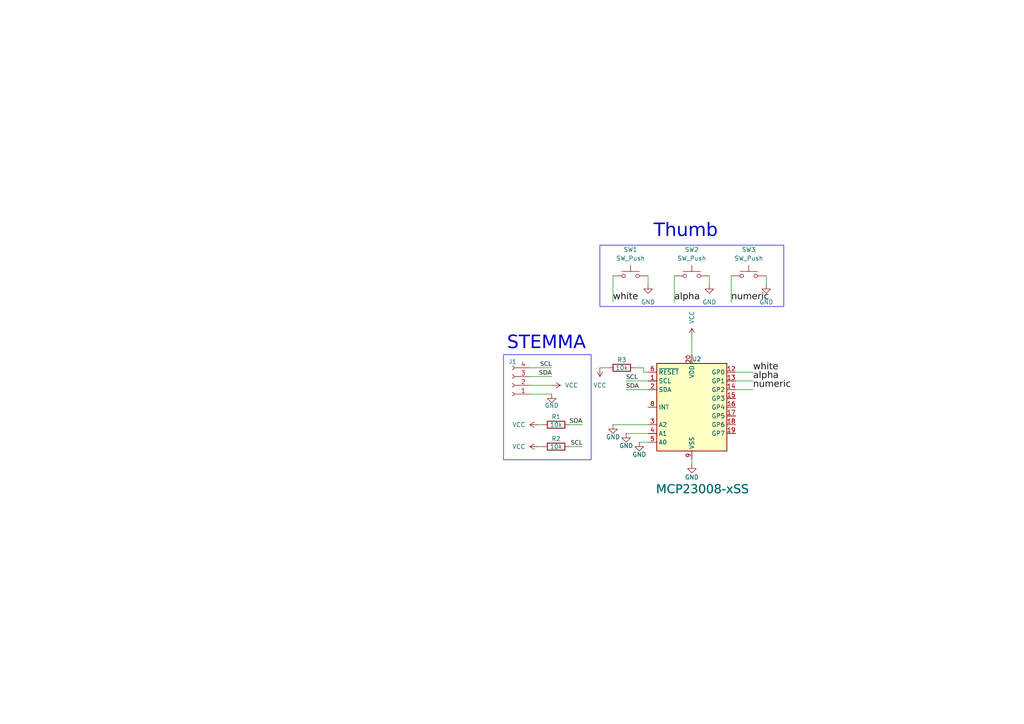
<source format=kicad_sch>
(kicad_sch (version 20231120) (generator "eeschema") (generator_version "8.0")
  (paper "A4")
  (lib_symbols
    (symbol "Connector:Conn_01x04_Socket" (pin_names (offset 1.016) hide)
      (property "Reference" "J" (at 0 5.08 0))
      (property "Value" "Conn_01x04_Socket" (at 0 -7.62 0))
      (symbol "Conn_01x04_Socket_1_1"
        (arc (start 0 -4.572) (mid -0.5058 -5.08) (end 0 -5.588) (stroke (width 0.1524)))
        (arc (start 0 -2.032) (mid -0.5058 -2.54) (end 0 -3.048) (stroke (width 0.1524)))
        (polyline (pts (xy -1.27 -5.08) (xy -0.508 -5.08)) (stroke (width 0.1524)))
        (polyline (pts (xy -1.27 -2.54) (xy -0.508 -2.54)) (stroke (width 0.1524)))
        (polyline (pts (xy -1.27 0) (xy -0.508 0)) (stroke (width 0.1524)))
        (polyline (pts (xy -1.27 2.54) (xy -0.508 2.54)) (stroke (width 0.1524)))
        (arc (start 0 0.508) (mid -0.5058 0) (end 0 -0.508) (stroke (width 0.1524)))
        (arc (start 0 3.048) (mid -0.5058 2.54) (end 0 2.032) (stroke (width 0.1524)))
        (pin passive line (at -5.08 2.54 0) (length 3.81) (name "Pin_1") (number "1"))
        (pin passive line (at -5.08 0 0) (length 3.81) (name "Pin_2") (number "2"))
        (pin passive line (at -5.08 -2.54 0) (length 3.81) (name "Pin_3") (number "3"))
        (pin passive line (at -5.08 -5.08 0) (length 3.81) (name "Pin_4") (number "4"))
      )
    )
    (symbol "Device:R" (pin_numbers hide) (pin_names (offset 0))
      (property "Reference" "R" (at 2.032 0 90))
      (property "Value" "R" (at 0 0 90))
      (symbol "R_0_1"
        (rectangle (start -1.016 -2.54) (end 1.016 2.54) (stroke (width 0.254)))
      )
      (symbol "R_1_1"
        (pin passive line (at 0 3.81 270) (length 1.27) (name "~") (number "1"))
        (pin passive line (at 0 -3.81 90) (length 1.27) (name "~") (number "2"))
      )
    )
    (symbol "Interface_Expansion:MCP23008-xSS"
      (property "Reference" "U" (at -8.89 13.97 0))
      (property "Value" "MCP23008-xSS" (at 8.89 13.97 0))
      (symbol "MCP23008-xSS_0_1"
        (rectangle (start -10.16 12.7) (end 10.16 -12.7) (stroke (width 0.254)) (fill (type background)))
      )
      (symbol "MCP23008-xSS_1_1"
        (pin input line (at -12.7 7.62 0) (length 2.54) (name "SCL") (number "1"))
        (pin no_connect line (at -10.16 -2.54 0) (length 2.54) hide (name "NC") (number "10"))
        (pin no_connect line (at 10.16 -10.16 180) (length 2.54) hide (name "NC") (number "11"))
        (pin bidirectional line (at 12.7 10.16 180) (length 2.54) (name "GP0") (number "12"))
        (pin bidirectional line (at 12.7 7.62 180) (length 2.54) (name "GP1") (number "13"))
        (pin bidirectional line (at 12.7 5.08 180) (length 2.54) (name "GP2") (number "14"))
        (pin bidirectional line (at 12.7 2.54 180) (length 2.54) (name "GP3") (number "15"))
        (pin bidirectional line (at 12.7 0 180) (length 2.54) (name "GP4") (number "16"))
        (pin bidirectional line (at 12.7 -2.54 180) (length 2.54) (name "GP5") (number "17"))
        (pin bidirectional line (at 12.7 -5.08 180) (length 2.54) (name "GP6") (number "18"))
        (pin bidirectional line (at 12.7 -7.62 180) (length 2.54) (name "GP7") (number "19"))
        (pin bidirectional line (at -12.7 5.08 0) (length 2.54) (name "SDA") (number "2"))
        (pin power_in line (at 0 15.24 270) (length 2.54) (name "VDD") (number "20"))
        (pin input line (at -12.7 -5.08 0) (length 2.54) (name "A2") (number "3"))
        (pin input line (at -12.7 -7.62 0) (length 2.54) (name "A1") (number "4"))
        (pin input line (at -12.7 -10.16 0) (length 2.54) (name "A0") (number "5"))
        (pin input line (at -12.7 10.16 0) (length 2.54) (name "~{RESET}") (number "6"))
        (pin no_connect line (at -10.16 2.54 0) (length 2.54) hide (name "NC") (number "7"))
        (pin output line (at -12.7 0 0) (length 2.54) (name "INT") (number "8"))
        (pin power_in line (at 0 -15.24 90) (length 2.54) (name "VSS") (number "9"))
      )
    )
    (symbol "Switch:SW_Push" (pin_numbers hide) (pin_names (offset 1.016) hide)
      (property "Reference" "SW" (at 1.27 2.54 0))
      (property "Value" "SW_Push" (at 0 -1.524 0))
      (symbol "SW_Push_0_1"
        (circle (center -2.032 0) (radius 0.508))
        (polyline (pts (xy 0 1.27) (xy 0 3.048)))
        (polyline (pts (xy 2.54 1.27) (xy -2.54 1.27)))
        (circle (center 2.032 0) (radius 0.508))
        (pin passive line (at -5.08 0 0) (length 2.54) (name "1") (number "1"))
        (pin passive line (at 5.08 0 180) (length 2.54) (name "2") (number "2"))
      )
    )
    (symbol "power:GND" (power) (pin_numbers hide) (pin_names (offset 0) hide)
      (property "Value" "GND" (at 0 -3.81 0))
      (symbol "GND_0_1"
        (polyline (pts (xy 0 0) (xy 0 -1.27) (xy 1.27 -1.27) (xy 0 -2.54) (xy -1.27 -1.27) (xy 0 -1.27)))
      )
      (symbol "GND_1_1"
        (pin power_in line (at 0 0 270) (length 0) (name "~") (number "1"))
      )
    )
    (symbol "power:VCC" (power) (pin_numbers hide) (pin_names (offset 0) hide)
      (property "Value" "VCC" (at 0 3.556 0))
      (symbol "VCC_0_1"
        (polyline (pts (xy -0.762 1.27) (xy 0 2.54)))
        (polyline (pts (xy 0 0) (xy 0 2.54)))
        (polyline (pts (xy 0 2.54) (xy 0.762 1.27)))
      )
      (symbol "VCC_1_1"
        (pin power_in line (at 0 0 90) (length 0) (name "~") (number "1"))
      )
    )
  )
  (wire (pts (xy 153.67 114.3) (xy 160.02 114.3)))
  (wire (pts (xy 168.91 123.19) (xy 165.1 123.19)))
  (wire (pts (xy 205.74 80.01) (xy 205.74 82.55)))
  (wire (pts (xy 212.09 80.01) (xy 212.09 87.63)))
  (wire (pts (xy 181.61 110.49) (xy 187.96 110.49)))
  (wire (pts (xy 185.42 128.27) (xy 187.96 128.27)))
  (wire (pts (xy 160.02 106.68) (xy 153.67 106.68)))
  (wire (pts (xy 187.96 80.01) (xy 187.96 82.55)))
  (wire (pts (xy 173.99 106.68) (xy 176.53 106.68)))
  (wire (pts (xy 200.66 133.35) (xy 200.66 134.62)))
  (wire (pts (xy 153.67 111.76) (xy 160.02 111.76)))
  (wire (pts (xy 222.25 80.01) (xy 222.25 82.55)))
  (wire (pts (xy 181.61 113.03) (xy 187.96 113.03)))
  (wire (pts (xy 177.8 123.19) (xy 187.96 123.19)))
  (wire (pts (xy 186.69 107.95) (xy 186.69 106.68)))
  (wire (pts (xy 156.21 123.19) (xy 157.48 123.19)))
  (wire (pts (xy 213.36 107.95) (xy 218.44 107.95)))
  (wire (pts (xy 186.69 106.68) (xy 184.15 106.68)))
  (wire (pts (xy 177.8 80.01) (xy 177.8 87.63)))
  (wire (pts (xy 213.36 113.03) (xy 218.44 113.03)))
  (wire (pts (xy 187.96 107.95) (xy 186.69 107.95)))
  (wire (pts (xy 160.02 109.22) (xy 153.67 109.22)))
  (wire (pts (xy 181.61 125.73) (xy 187.96 125.73)))
  (wire (pts (xy 156.21 129.54) (xy 157.48 129.54)))
  (wire (pts (xy 213.36 110.49) (xy 218.44 110.49)))
  (wire (pts (xy 168.91 129.54) (xy 165.1 129.54)))
  (wire (pts (xy 200.66 97.79) (xy 200.66 102.87)))
  (wire (pts (xy 195.58 80.01) (xy 195.58 87.63)))
  (rectangle (start 146.05 102.87) (end 171.45 133.35))
  (rectangle (start 173.99 71.12) (end 227.33 88.9))
  (text "STEMMA" (at 158.496 100.584 0) (effects (font (size 3.81 3.81))))
  (text "Thumb" (at 198.882 68.072 0) (effects (font (size 3.81 3.81))))
  (label "white" (at 177.8 87.63 0) (effects (font (size 1.905 1.905))))
  (label "white" (at 218.44 107.95 0) (effects (font (size 1.905 1.905))))
  (label "SDA" (at 168.91 123.19 180))
  (label "SCL" (at 160.02 106.68 180))
  (label "SCL" (at 181.61 110.49 0))
  (label "numeric" (at 218.44 113.03 0) (effects (font (size 1.905 1.905))))
  (label "SCL" (at 168.91 129.54 180))
  (label "SDA" (at 181.61 113.03 0))
  (label "numeric" (at 212.09 87.63 0) (effects (font (size 1.905 1.905))))
  (label "SDA" (at 160.02 109.22 180))
  (label "alpha" (at 195.58 87.63 0) (effects (font (size 1.905 1.905))))
  (label "alpha" (at 218.44 110.49 0) (effects (font (size 1.905 1.905))))
  (symbol (lib_id "Device:R") (at 161.29 129.54 90) (unit 1)
    (property "Reference" "R2" (at 161.29 127.254 90))
    (property "Value" "10k" (at 161.29 129.54 90))
    (property "Footprint" "Resistor_SMD:R_0805_2012Metric_Pad1.20x1.40mm_HandSolder" (effects (hide yes)))
    (property "Description" "Resistor" (effects (hide yes)))
  )
  (symbol (lib_id "Connector:Conn_01x04_Socket") (at 148.59 111.76 180) (unit 1)
    (property "Reference" "J1" (at 149.86 104.902 0) (effects (justify left)))
    (property "Value" "Conn_01x04_Socket" (effects (hide yes)))
    (property "Footprint" "adafruit-connectors:JST_SH4" (effects (hide yes)))
    (property "Description" "Generic connector, single row, 01x04, script generated" (effects (hide yes)))
  )
  (symbol (lib_id "power:VCC") (at 200.66 97.79 0) (unit 1)
    (property "Reference" "#PWR012" (effects (hide yes)))
    (property "Value" "VCC" (at 200.6599 93.98 90) (effects (justify left)))
    (property "Description" "Power symbol creates a global label with name \"VCC\"" (effects (hide yes)))
  )
  (symbol (lib_id "power:GND") (at 160.02 114.3 0) (unit 1)
    (property "Reference" "#PWR04" (effects (hide yes)))
    (property "Value" "GND" (at 160.02 117.602 0))
    (property "Description" "Power symbol creates a global label with name \"GND\" , ground" (effects (hide yes)))
  )
  (symbol (lib_id "Switch:SW_Push") (at 217.17 80.01 0) (unit 1)
    (property "Reference" "SW3" (at 217.17 72.39 0))
    (property "Value" "SW_Push" (at 217.17 74.93 0))
    (property "Footprint" "Button_Switch_SMD:SW_Push_1TS009xxxx-xxxx-xxxx_6x6x5mm" (effects (hide yes)))
    (property "Description" "Push button switch, generic, two pins" (effects (hide yes)))
  )
  (symbol (lib_id "power:VCC") (at 160.02 111.76 270) (unit 1)
    (property "Reference" "#PWR03" (effects (hide yes)))
    (property "Value" "VCC" (at 163.83 111.7599 90) (effects (justify left)))
    (property "Description" "Power symbol creates a global label with name \"VCC\"" (effects (hide yes)))
  )
  (symbol (lib_id "power:VCC") (at 173.99 106.68 180) (unit 1)
    (property "Reference" "#PWR011" (effects (hide yes)))
    (property "Value" "VCC" (at 173.99 111.76 0))
    (property "Description" "Power symbol creates a global label with name \"VCC\"" (effects (hide yes)))
  )
  (symbol (lib_id "Switch:SW_Push") (at 200.66 80.01 0) (unit 1)
    (property "Reference" "SW2" (at 200.66 72.39 0))
    (property "Value" "SW_Push" (at 200.66 74.93 0))
    (property "Footprint" "Button_Switch_SMD:SW_Push_1TS009xxxx-xxxx-xxxx_6x6x5mm" (effects (hide yes)))
    (property "Description" "Push button switch, generic, two pins" (effects (hide yes)))
  )
  (symbol (lib_id "Device:R") (at 180.34 106.68 90) (unit 1)
    (property "Reference" "R3" (at 180.34 104.394 90))
    (property "Value" "10k" (at 180.34 106.68 90))
    (property "Footprint" "Resistor_SMD:R_0805_2012Metric_Pad1.20x1.40mm_HandSolder" (effects (hide yes)))
    (property "Description" "Resistor" (effects (hide yes)))
  )
  (symbol (lib_id "Interface_Expansion:MCP23008-xSS") (at 200.66 118.11 0) (unit 1)
    (property "Reference" "U2" (at 200.66 104.14 0) (effects (justify left)))
    (property "Value" "MCP23008-xSS" (at 188.468 141.986 0) (effects (font (size 2.54 2.54)) (justify left)))
    (property "Footprint" "Package_SO:SSOP-20_5.3x7.2mm_P0.65mm" (effects (hide yes)))
    (property "Datasheet" "http://ww1.microchip.com/downloads/en/DeviceDoc/MCP23008-MCP23S08-Data-Sheet-20001919F.pdf" (effects (hide yes)))
    (property "Description" "8-bit I/O expander, I2C, interrupts, SSOP-20" (effects (hide yes)))
  )
  (symbol (lib_id "power:GND") (at 177.8 123.19 0) (unit 1)
    (property "Reference" "#PWR07" (effects (hide yes)))
    (property "Value" "GND" (at 177.8 126.746 0))
    (property "Description" "Power symbol creates a global label with name \"GND\" , ground" (effects (hide yes)))
  )
  (symbol (lib_id "Device:R") (at 161.29 123.19 90) (unit 1)
    (property "Reference" "R1" (at 161.29 120.904 90))
    (property "Value" "10k" (at 161.29 123.19 90))
    (property "Footprint" "Resistor_SMD:R_0805_2012Metric_Pad1.20x1.40mm_HandSolder" (effects (hide yes)))
    (property "Description" "Resistor" (effects (hide yes)))
  )
  (symbol (lib_id "power:GND") (at 222.25 82.55 0) (unit 1)
    (property "Reference" "#PWR010" (effects (hide yes)))
    (property "Value" "GND" (at 222.25 87.63 0))
    (property "Description" "Power symbol creates a global label with name \"GND\" , ground" (effects (hide yes)))
  )
  (symbol (lib_id "power:GND") (at 185.42 128.27 0) (unit 1)
    (property "Reference" "#PWR05" (effects (hide yes)))
    (property "Value" "GND" (at 185.42 131.826 0))
    (property "Description" "Power symbol creates a global label with name \"GND\" , ground" (effects (hide yes)))
  )
  (symbol (lib_id "Switch:SW_Push") (at 182.88 80.01 0) (unit 1)
    (property "Reference" "SW1" (at 182.88 72.39 0))
    (property "Value" "SW_Push" (at 182.88 74.93 0))
    (property "Footprint" "Button_Switch_SMD:SW_Push_1TS009xxxx-xxxx-xxxx_6x6x5mm" (effects (hide yes)))
    (property "Description" "Push button switch, generic, two pins" (effects (hide yes)))
  )
  (symbol (lib_id "power:VCC") (at 156.21 123.19 90) (unit 1)
    (property "Reference" "#PWR01" (effects (hide yes)))
    (property "Value" "VCC" (at 152.4 123.1899 90) (effects (justify left)))
    (property "Description" "Power symbol creates a global label with name \"VCC\"" (effects (hide yes)))
  )
  (symbol (lib_id "power:GND") (at 200.66 134.62 0) (unit 1)
    (property "Reference" "#PWR013" (effects (hide yes)))
    (property "Value" "GND" (at 200.66 138.43 0))
    (property "Description" "Power symbol creates a global label with name \"GND\" , ground" (effects (hide yes)))
  )
  (symbol (lib_id "power:GND") (at 187.96 82.55 0) (unit 1)
    (property "Reference" "#PWR08" (effects (hide yes)))
    (property "Value" "GND" (at 187.96 87.63 0))
    (property "Description" "Power symbol creates a global label with name \"GND\" , ground" (effects (hide yes)))
  )
  (symbol (lib_id "power:GND") (at 181.61 125.73 0) (unit 1)
    (property "Reference" "#PWR06" (effects (hide yes)))
    (property "Value" "GND" (at 181.61 129.286 0))
    (property "Description" "Power symbol creates a global label with name \"GND\" , ground" (effects (hide yes)))
  )
  (symbol (lib_id "power:VCC") (at 156.21 129.54 90) (unit 1)
    (property "Reference" "#PWR02" (effects (hide yes)))
    (property "Value" "VCC" (at 152.4 129.5399 90) (effects (justify left)))
    (property "Description" "Power symbol creates a global label with name \"VCC\"" (effects (hide yes)))
  )
  (symbol (lib_id "power:GND") (at 205.74 82.55 0) (unit 1)
    (property "Reference" "#PWR09" (effects (hide yes)))
    (property "Value" "GND" (at 205.74 87.63 0))
    (property "Description" "Power symbol creates a global label with name \"GND\" , ground" (effects (hide yes)))
  )
)
</source>
